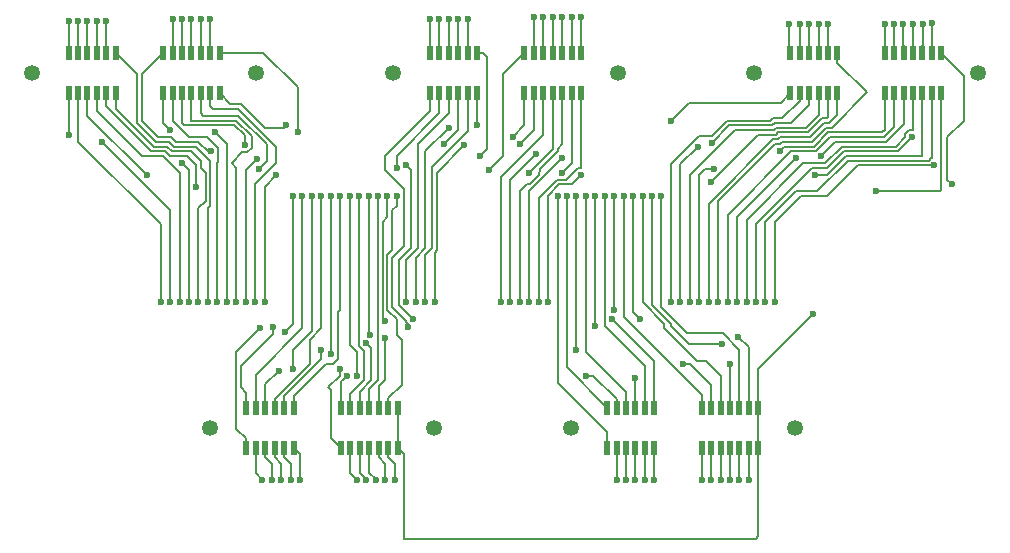
<source format=gbr>
%TF.GenerationSoftware,KiCad,Pcbnew,8.0.2-1*%
%TF.CreationDate,2024-06-18T10:28:37-04:00*%
%TF.ProjectId,Untitled,556e7469-746c-4656-942e-6b696361645f,rev?*%
%TF.SameCoordinates,Original*%
%TF.FileFunction,Copper,L1,Top*%
%TF.FilePolarity,Positive*%
%FSLAX46Y46*%
G04 Gerber Fmt 4.6, Leading zero omitted, Abs format (unit mm)*
G04 Created by KiCad (PCBNEW 8.0.2-1) date 2024-06-18 10:28:37*
%MOMM*%
%LPD*%
G01*
G04 APERTURE LIST*
%TA.AperFunction,SMDPad,CuDef*%
%ADD10R,0.500000X1.200000*%
%TD*%
%TA.AperFunction,ComponentPad*%
%ADD11C,1.348000*%
%TD*%
%TA.AperFunction,ViaPad*%
%ADD12C,0.600000*%
%TD*%
%TA.AperFunction,Conductor*%
%ADD13C,0.200000*%
%TD*%
G04 APERTURE END LIST*
D10*
%TO.P,REF\u002A\u002A4,01*%
%TO.N,A38*%
X108600000Y-116700000D03*
%TO.P,REF\u002A\u002A4,02*%
%TO.N,K38*%
X108600000Y-113300000D03*
%TO.P,REF\u002A\u002A4,03*%
%TO.N,A39*%
X109400000Y-116700000D03*
%TO.P,REF\u002A\u002A4,04*%
%TO.N,K39*%
X109400000Y-113300000D03*
%TO.P,REF\u002A\u002A4,05*%
%TO.N,A40*%
X110200000Y-116700000D03*
%TO.P,REF\u002A\u002A4,06*%
%TO.N,K40*%
X110200000Y-113300000D03*
%TO.P,REF\u002A\u002A4,07*%
%TO.N,A41*%
X111000000Y-116700000D03*
%TO.P,REF\u002A\u002A4,08*%
%TO.N,K41*%
X111000000Y-113300000D03*
%TO.P,REF\u002A\u002A4,09*%
%TO.N,A42*%
X111800000Y-116700000D03*
%TO.P,REF\u002A\u002A4,10*%
%TO.N,K42*%
X111800000Y-113300000D03*
%TO.P,REF\u002A\u002A4,11*%
%TO.N,A43*%
X112600000Y-116700000D03*
%TO.P,REF\u002A\u002A4,12*%
%TO.N,K43*%
X112600000Y-113300000D03*
%TO.P,REF\u002A\u002A4,13*%
%TO.N,A44*%
X116600000Y-116700000D03*
%TO.P,REF\u002A\u002A4,14*%
%TO.N,K44*%
X116600000Y-113300000D03*
%TO.P,REF\u002A\u002A4,15*%
%TO.N,A45*%
X117400000Y-116700000D03*
%TO.P,REF\u002A\u002A4,16*%
%TO.N,K45*%
X117400000Y-113300000D03*
%TO.P,REF\u002A\u002A4,17*%
%TO.N,A46*%
X118200000Y-116700000D03*
%TO.P,REF\u002A\u002A4,18*%
%TO.N,K46*%
X118200000Y-113300000D03*
%TO.P,REF\u002A\u002A4,19*%
%TO.N,A47*%
X119000000Y-116700000D03*
%TO.P,REF\u002A\u002A4,20*%
%TO.N,K47*%
X119000000Y-113300000D03*
%TO.P,REF\u002A\u002A4,21*%
%TO.N,A48*%
X119800000Y-116700000D03*
%TO.P,REF\u002A\u002A4,22*%
%TO.N,K48*%
X119800000Y-113300000D03*
%TO.P,REF\u002A\u002A4,23*%
%TO.N,A49*%
X120600000Y-116700000D03*
%TO.P,REF\u002A\u002A4,24*%
%TO.N,K49*%
X120600000Y-113300000D03*
%TO.P,REF\u002A\u002A4,25*%
%TO.N,GND*%
X121400000Y-116700000D03*
%TO.P,REF\u002A\u002A4,26*%
X121400000Y-113300000D03*
D11*
%TO.P,REF\u002A\u002A4,S1*%
%TO.N,N/C*%
X105505000Y-115000000D03*
%TO.P,REF\u002A\u002A4,S2*%
X124495000Y-115000000D03*
%TD*%
D10*
%TO.P,REF\u002A\u002A,01*%
%TO.N,A13*%
X78055000Y-116700000D03*
%TO.P,REF\u002A\u002A,02*%
%TO.N,K13*%
X78055000Y-113300000D03*
%TO.P,REF\u002A\u002A,03*%
%TO.N,A14*%
X78855000Y-116700000D03*
%TO.P,REF\u002A\u002A,04*%
%TO.N,K14*%
X78855000Y-113300000D03*
%TO.P,REF\u002A\u002A,05*%
%TO.N,A15*%
X79655000Y-116700000D03*
%TO.P,REF\u002A\u002A,06*%
%TO.N,K15*%
X79655000Y-113300000D03*
%TO.P,REF\u002A\u002A,07*%
%TO.N,A16*%
X80455000Y-116700000D03*
%TO.P,REF\u002A\u002A,08*%
%TO.N,K16*%
X80455000Y-113300000D03*
%TO.P,REF\u002A\u002A,09*%
%TO.N,A17*%
X81255000Y-116700000D03*
%TO.P,REF\u002A\u002A,10*%
%TO.N,K17*%
X81255000Y-113300000D03*
%TO.P,REF\u002A\u002A,11*%
%TO.N,A18*%
X82055000Y-116700000D03*
%TO.P,REF\u002A\u002A,12*%
%TO.N,K18*%
X82055000Y-113300000D03*
%TO.P,REF\u002A\u002A,13*%
%TO.N,A19*%
X86055000Y-116700000D03*
%TO.P,REF\u002A\u002A,14*%
%TO.N,K19*%
X86055000Y-113300000D03*
%TO.P,REF\u002A\u002A,15*%
%TO.N,A20*%
X86855000Y-116700000D03*
%TO.P,REF\u002A\u002A,16*%
%TO.N,K20*%
X86855000Y-113300000D03*
%TO.P,REF\u002A\u002A,17*%
%TO.N,A21*%
X87655000Y-116700000D03*
%TO.P,REF\u002A\u002A,18*%
%TO.N,K21*%
X87655000Y-113300000D03*
%TO.P,REF\u002A\u002A,19*%
%TO.N,A22*%
X88455000Y-116700000D03*
%TO.P,REF\u002A\u002A,20*%
%TO.N,K22*%
X88455000Y-113300000D03*
%TO.P,REF\u002A\u002A,21*%
%TO.N,A23*%
X89255000Y-116700000D03*
%TO.P,REF\u002A\u002A,22*%
%TO.N,K23*%
X89255000Y-113300000D03*
%TO.P,REF\u002A\u002A,23*%
%TO.N,A24*%
X90055000Y-116700000D03*
%TO.P,REF\u002A\u002A,24*%
%TO.N,K24*%
X90055000Y-113300000D03*
%TO.P,REF\u002A\u002A,25*%
%TO.N,GND*%
X90855000Y-116700000D03*
%TO.P,REF\u002A\u002A,26*%
X90855000Y-113300000D03*
D11*
%TO.P,REF\u002A\u002A,S1*%
%TO.N,N/C*%
X74960000Y-115000000D03*
%TO.P,REF\u002A\u002A,S2*%
X93950000Y-115000000D03*
%TD*%
D10*
%TO.P,REF\u002A\u002A2,01*%
%TO.N,A50*%
X124095000Y-86700000D03*
%TO.P,REF\u002A\u002A2,02*%
%TO.N,K50*%
X124095000Y-83300000D03*
%TO.P,REF\u002A\u002A2,03*%
%TO.N,A51*%
X124895000Y-86700000D03*
%TO.P,REF\u002A\u002A2,04*%
%TO.N,K51*%
X124895000Y-83300000D03*
%TO.P,REF\u002A\u002A2,05*%
%TO.N,A52*%
X125695000Y-86700000D03*
%TO.P,REF\u002A\u002A2,06*%
%TO.N,K52*%
X125695000Y-83300000D03*
%TO.P,REF\u002A\u002A2,07*%
%TO.N,A53*%
X126495000Y-86700000D03*
%TO.P,REF\u002A\u002A2,08*%
%TO.N,K53*%
X126495000Y-83300000D03*
%TO.P,REF\u002A\u002A2,09*%
%TO.N,A54*%
X127295000Y-86700000D03*
%TO.P,REF\u002A\u002A2,10*%
%TO.N,K54*%
X127295000Y-83300000D03*
%TO.P,REF\u002A\u002A2,11*%
%TO.N,A55*%
X128095000Y-86700000D03*
%TO.P,REF\u002A\u002A2,12*%
%TO.N,K55*%
X128095000Y-83300000D03*
%TO.P,REF\u002A\u002A2,13*%
%TO.N,A56*%
X132095000Y-86700000D03*
%TO.P,REF\u002A\u002A2,14*%
%TO.N,K56*%
X132095000Y-83300000D03*
%TO.P,REF\u002A\u002A2,15*%
%TO.N,A57*%
X132895000Y-86700000D03*
%TO.P,REF\u002A\u002A2,16*%
%TO.N,K57*%
X132895000Y-83300000D03*
%TO.P,REF\u002A\u002A2,17*%
%TO.N,A58*%
X133695000Y-86700000D03*
%TO.P,REF\u002A\u002A2,18*%
%TO.N,K58*%
X133695000Y-83300000D03*
%TO.P,REF\u002A\u002A2,19*%
%TO.N,A59*%
X134495000Y-86700000D03*
%TO.P,REF\u002A\u002A2,20*%
%TO.N,K59*%
X134495000Y-83300000D03*
%TO.P,REF\u002A\u002A2,21*%
%TO.N,A60*%
X135295000Y-86700000D03*
%TO.P,REF\u002A\u002A2,22*%
%TO.N,K60*%
X135295000Y-83300000D03*
%TO.P,REF\u002A\u002A2,23*%
%TO.N,A61*%
X136095000Y-86700000D03*
%TO.P,REF\u002A\u002A2,24*%
%TO.N,K61*%
X136095000Y-83300000D03*
%TO.P,REF\u002A\u002A2,25*%
%TO.N,A62*%
X136895000Y-86700000D03*
%TO.P,REF\u002A\u002A2,26*%
%TO.N,K62*%
X136895000Y-83300000D03*
D11*
%TO.P,REF\u002A\u002A2,S1*%
%TO.N,N/C*%
X121000000Y-85000000D03*
%TO.P,REF\u002A\u002A2,S2*%
X139990000Y-85000000D03*
%TD*%
D10*
%TO.P,REF\u002A\u002A1,01*%
%TO.N,A0*%
X63000000Y-86700000D03*
%TO.P,REF\u002A\u002A1,02*%
%TO.N,K0*%
X63000000Y-83300000D03*
%TO.P,REF\u002A\u002A1,03*%
%TO.N,A1*%
X63800000Y-86700000D03*
%TO.P,REF\u002A\u002A1,04*%
%TO.N,K1*%
X63800000Y-83300000D03*
%TO.P,REF\u002A\u002A1,05*%
%TO.N,A2*%
X64600000Y-86700000D03*
%TO.P,REF\u002A\u002A1,06*%
%TO.N,K2*%
X64600000Y-83300000D03*
%TO.P,REF\u002A\u002A1,07*%
%TO.N,A3*%
X65400000Y-86700000D03*
%TO.P,REF\u002A\u002A1,08*%
%TO.N,K3*%
X65400000Y-83300000D03*
%TO.P,REF\u002A\u002A1,09*%
%TO.N,A4*%
X66200000Y-86700000D03*
%TO.P,REF\u002A\u002A1,10*%
%TO.N,K4*%
X66200000Y-83300000D03*
%TO.P,REF\u002A\u002A1,11*%
%TO.N,A5*%
X67000000Y-86700000D03*
%TO.P,REF\u002A\u002A1,12*%
%TO.N,K5*%
X67000000Y-83300000D03*
%TO.P,REF\u002A\u002A1,13*%
%TO.N,A6*%
X71000000Y-86700000D03*
%TO.P,REF\u002A\u002A1,14*%
%TO.N,K6*%
X71000000Y-83300000D03*
%TO.P,REF\u002A\u002A1,15*%
%TO.N,A7*%
X71800000Y-86700000D03*
%TO.P,REF\u002A\u002A1,16*%
%TO.N,K7*%
X71800000Y-83300000D03*
%TO.P,REF\u002A\u002A1,17*%
%TO.N,A8*%
X72600000Y-86700000D03*
%TO.P,REF\u002A\u002A1,18*%
%TO.N,K8*%
X72600000Y-83300000D03*
%TO.P,REF\u002A\u002A1,19*%
%TO.N,A9*%
X73400000Y-86700000D03*
%TO.P,REF\u002A\u002A1,20*%
%TO.N,K9*%
X73400000Y-83300000D03*
%TO.P,REF\u002A\u002A1,21*%
%TO.N,A10*%
X74200000Y-86700000D03*
%TO.P,REF\u002A\u002A1,22*%
%TO.N,K10*%
X74200000Y-83300000D03*
%TO.P,REF\u002A\u002A1,23*%
%TO.N,A11*%
X75000000Y-86700000D03*
%TO.P,REF\u002A\u002A1,24*%
%TO.N,K11*%
X75000000Y-83300000D03*
%TO.P,REF\u002A\u002A1,25*%
%TO.N,A12*%
X75800000Y-86700000D03*
%TO.P,REF\u002A\u002A1,26*%
%TO.N,K12*%
X75800000Y-83300000D03*
D11*
%TO.P,REF\u002A\u002A1,S1*%
%TO.N,N/C*%
X59905000Y-85000000D03*
%TO.P,REF\u002A\u002A1,S2*%
X78895000Y-85000000D03*
%TD*%
D10*
%TO.P,REF\u002A\u002A3,01*%
%TO.N,A25*%
X93600000Y-86700000D03*
%TO.P,REF\u002A\u002A3,02*%
%TO.N,K25*%
X93600000Y-83300000D03*
%TO.P,REF\u002A\u002A3,03*%
%TO.N,A26*%
X94400000Y-86700000D03*
%TO.P,REF\u002A\u002A3,04*%
%TO.N,K26*%
X94400000Y-83300000D03*
%TO.P,REF\u002A\u002A3,05*%
%TO.N,A27*%
X95200000Y-86700000D03*
%TO.P,REF\u002A\u002A3,06*%
%TO.N,K27*%
X95200000Y-83300000D03*
%TO.P,REF\u002A\u002A3,07*%
%TO.N,A28*%
X96000000Y-86700000D03*
%TO.P,REF\u002A\u002A3,08*%
%TO.N,K28*%
X96000000Y-83300000D03*
%TO.P,REF\u002A\u002A3,09*%
%TO.N,A29*%
X96800000Y-86700000D03*
%TO.P,REF\u002A\u002A3,10*%
%TO.N,K29*%
X96800000Y-83300000D03*
%TO.P,REF\u002A\u002A3,11*%
%TO.N,A30*%
X97600000Y-86700000D03*
%TO.P,REF\u002A\u002A3,12*%
%TO.N,K30*%
X97600000Y-83300000D03*
%TO.P,REF\u002A\u002A3,13*%
%TO.N,A31*%
X101600000Y-86700000D03*
%TO.P,REF\u002A\u002A3,14*%
%TO.N,K31*%
X101600000Y-83300000D03*
%TO.P,REF\u002A\u002A3,15*%
%TO.N,A32*%
X102400000Y-86700000D03*
%TO.P,REF\u002A\u002A3,16*%
%TO.N,K32*%
X102400000Y-83300000D03*
%TO.P,REF\u002A\u002A3,17*%
%TO.N,A33*%
X103200000Y-86700000D03*
%TO.P,REF\u002A\u002A3,18*%
%TO.N,K33*%
X103200000Y-83300000D03*
%TO.P,REF\u002A\u002A3,19*%
%TO.N,A34*%
X104000000Y-86700000D03*
%TO.P,REF\u002A\u002A3,20*%
%TO.N,K34*%
X104000000Y-83300000D03*
%TO.P,REF\u002A\u002A3,21*%
%TO.N,A35*%
X104800000Y-86700000D03*
%TO.P,REF\u002A\u002A3,22*%
%TO.N,K35*%
X104800000Y-83300000D03*
%TO.P,REF\u002A\u002A3,23*%
%TO.N,A36*%
X105600000Y-86700000D03*
%TO.P,REF\u002A\u002A3,24*%
%TO.N,K36*%
X105600000Y-83300000D03*
%TO.P,REF\u002A\u002A3,25*%
%TO.N,A37*%
X106400000Y-86700000D03*
%TO.P,REF\u002A\u002A3,26*%
%TO.N,K37*%
X106400000Y-83300000D03*
D11*
%TO.P,REF\u002A\u002A3,S1*%
%TO.N,N/C*%
X90505000Y-85000000D03*
%TO.P,REF\u002A\u002A3,S2*%
X109495000Y-85000000D03*
%TD*%
D12*
%TO.N,A0*%
X63000000Y-90200000D03*
%TO.N,K0*%
X63000000Y-80600000D03*
%TO.N,A2*%
X69600000Y-93600000D03*
%TO.N,K2*%
X64600000Y-80600000D03*
%TO.N,A1*%
X70800000Y-104400000D03*
%TO.N,K1*%
X71600000Y-104400000D03*
X65800000Y-90800000D03*
X63800000Y-80600000D03*
%TO.N,K3*%
X73200000Y-104400000D03*
X65400000Y-80600000D03*
X72600000Y-92600000D03*
%TO.N,A3*%
X72400000Y-104400000D03*
%TO.N,A5*%
X74000000Y-104400000D03*
%TO.N,K5*%
X74800000Y-104400000D03*
%TO.N,A4*%
X73800000Y-94650000D03*
%TO.N,K4*%
X66200000Y-80600000D03*
%TO.N,A7*%
X75600000Y-104400000D03*
%TO.N,K7*%
X71800000Y-80400000D03*
X75400000Y-90000000D03*
X76400000Y-104400000D03*
%TO.N,A6*%
X71569765Y-89800000D03*
%TO.N,K6*%
X75024265Y-91575735D03*
%TO.N,A8*%
X77900000Y-91100000D03*
%TO.N,A9*%
X77200000Y-104400000D03*
%TO.N,A10*%
X79100000Y-93100000D03*
%TO.N,A11*%
X78800000Y-104400000D03*
%TO.N,K12*%
X82400000Y-90000000D03*
%TO.N,K11*%
X75000000Y-80400000D03*
X79600000Y-104400000D03*
X80600000Y-93600000D03*
%TO.N,K10*%
X74200000Y-80400000D03*
%TO.N,K9*%
X78925000Y-92275000D03*
X73400000Y-80400000D03*
X78000000Y-104400000D03*
%TO.N,K8*%
X72600000Y-80400000D03*
%TO.N,A12*%
X81400000Y-89400000D03*
%TO.N,A13*%
X79200000Y-106600000D03*
%TO.N,K13*%
X80300000Y-106500000D03*
%TO.N,K15*%
X80800000Y-110200000D03*
%TO.N,A15*%
X80200000Y-119400000D03*
%TO.N,A17*%
X81800000Y-119400000D03*
%TO.N,K17*%
X84400000Y-108400000D03*
%TO.N,A19*%
X86000000Y-110000000D03*
%TO.N,K19*%
X86600000Y-110600000D03*
%TO.N,A21*%
X88200000Y-119400000D03*
%TO.N,K21*%
X88200000Y-107851473D03*
%TO.N,A23*%
X89800000Y-119400000D03*
%TO.N,K23*%
X89824265Y-107375735D03*
%TO.N,A25*%
X91756239Y-106465642D03*
%TO.N,K25*%
X91600000Y-92800000D03*
X92200000Y-105800000D03*
X93600000Y-80400000D03*
%TO.N,A27*%
X91600000Y-104400000D03*
%TO.N,K27*%
X95200000Y-80400000D03*
X92400000Y-104400000D03*
X95200000Y-89600000D03*
%TO.N,A29*%
X93200000Y-104400000D03*
%TO.N,K29*%
X96800000Y-80400000D03*
X96514496Y-91108698D03*
X94000000Y-104400000D03*
%TO.N,A31*%
X100600000Y-90400000D03*
%TO.N,K31*%
X98600000Y-93200000D03*
%TO.N,A14*%
X81300000Y-106900000D03*
X82000000Y-95400000D03*
X79400000Y-119400000D03*
%TO.N,K14*%
X82800000Y-95400000D03*
%TO.N,A16*%
X81000000Y-119400000D03*
X83600000Y-95400000D03*
X82000000Y-110000000D03*
%TO.N,K16*%
X84400000Y-95400000D03*
%TO.N,A18*%
X85200000Y-95400000D03*
X82600000Y-119400000D03*
X85200000Y-108800000D03*
%TO.N,K18*%
X86000000Y-95400000D03*
%TO.N,A20*%
X87400000Y-110600000D03*
X86800000Y-95400000D03*
X87400000Y-119400000D03*
%TO.N,K20*%
X87600000Y-95400000D03*
%TO.N,A22*%
X89000000Y-119400000D03*
X88400000Y-95400000D03*
X88524026Y-107120029D03*
%TO.N,K22*%
X89200000Y-95400000D03*
%TO.N,A24*%
X90600000Y-119400000D03*
X89800000Y-106000000D03*
X90000000Y-95400000D03*
%TO.N,K24*%
X90800000Y-95400000D03*
%TO.N,A26*%
X90800000Y-93000000D03*
%TO.N,K26*%
X94400000Y-80400000D03*
%TO.N,A28*%
X94800000Y-91000000D03*
%TO.N,K28*%
X96000000Y-80400000D03*
%TO.N,A30*%
X97600000Y-89400000D03*
%TO.N,K30*%
X97800000Y-92000000D03*
%TO.N,GND*%
X126000000Y-105400000D03*
%TO.N,K32*%
X102400000Y-80200000D03*
%TO.N,K33*%
X102600000Y-91800000D03*
X100400000Y-104400000D03*
X103200000Y-80200000D03*
%TO.N,K34*%
X104000000Y-80200000D03*
%TO.N,K35*%
X104800000Y-80200000D03*
X102000000Y-104400000D03*
X104800000Y-92200000D03*
%TO.N,K36*%
X105600000Y-80200000D03*
%TO.N,K37*%
X106400000Y-93600000D03*
X103600000Y-104400000D03*
X106400000Y-80200000D03*
%TO.N,A32*%
X101200000Y-91000000D03*
%TO.N,A33*%
X99600000Y-104400000D03*
%TO.N,A34*%
X102000000Y-93400000D03*
%TO.N,A35*%
X101200000Y-104400000D03*
%TO.N,A36*%
X104800000Y-93400000D03*
%TO.N,A37*%
X102800000Y-104400000D03*
%TO.N,A38*%
X104400000Y-95400000D03*
%TO.N,K38*%
X105200000Y-95400000D03*
%TO.N,A39*%
X109400000Y-119400000D03*
%TO.N,K39*%
X106800000Y-110600000D03*
%TO.N,A41*%
X111000000Y-119400000D03*
%TO.N,A43*%
X112600000Y-119400000D03*
%TO.N,K41*%
X111000000Y-110800000D03*
%TO.N,A45*%
X117400000Y-119400000D03*
%TO.N,K43*%
X109000000Y-105800000D03*
%TO.N,K45*%
X115000000Y-109600000D03*
%TO.N,A47*%
X119000000Y-119400000D03*
%TO.N,K47*%
X119000000Y-109600000D03*
%TO.N,A49*%
X120600000Y-119400000D03*
%TO.N,K49*%
X119700000Y-107300000D03*
%TO.N,A40*%
X106000000Y-95400000D03*
X106000000Y-108400000D03*
X110200000Y-119400000D03*
%TO.N,K40*%
X106800000Y-95400000D03*
%TO.N,A42*%
X107600000Y-95400000D03*
X111800000Y-119400000D03*
X107600000Y-106400000D03*
%TO.N,K42*%
X108400000Y-95400000D03*
%TO.N,A44*%
X116600000Y-119400000D03*
X109200000Y-105000000D03*
X109200000Y-95400000D03*
%TO.N,K44*%
X110000000Y-95400000D03*
%TO.N,A46*%
X111400000Y-105800000D03*
X110800000Y-95400000D03*
X118200000Y-119400000D03*
%TO.N,K46*%
X111600000Y-95400000D03*
%TO.N,A48*%
X119800000Y-119400000D03*
X112400000Y-95400000D03*
X118300000Y-107900000D03*
%TO.N,K48*%
X113200000Y-95400000D03*
%TO.N,K50*%
X124000000Y-80800000D03*
%TO.N,K52*%
X125699994Y-80800000D03*
%TO.N,A51*%
X114000000Y-104400000D03*
%TO.N,A52*%
X117475735Y-90875735D03*
%TO.N,A53*%
X115600000Y-104400000D03*
%TO.N,A54*%
X117400000Y-94200000D03*
%TO.N,A55*%
X117200000Y-104400000D03*
%TO.N,A56*%
X123200000Y-91600000D03*
%TO.N,K51*%
X114800000Y-104400000D03*
X124899991Y-80800000D03*
X116251470Y-91251470D03*
%TO.N,K53*%
X126499997Y-80800000D03*
X117675735Y-93075735D03*
X116400000Y-104400000D03*
%TO.N,K54*%
X127300000Y-80800000D03*
%TO.N,K55*%
X118000000Y-104400000D03*
%TO.N,K56*%
X132083925Y-80800000D03*
%TO.N,A50*%
X114000000Y-89000000D03*
%TO.N,K58*%
X133683927Y-80801897D03*
%TO.N,K57*%
X119600000Y-104400000D03*
X124600000Y-92200000D03*
X132883927Y-80799973D03*
%TO.N,K59*%
X121200000Y-104400000D03*
X134400000Y-90400000D03*
X134483823Y-80788823D03*
%TO.N,K60*%
X135308038Y-80813137D03*
%TO.N,K61*%
X136295000Y-92800000D03*
X122800000Y-104400000D03*
X136100000Y-80700000D03*
%TO.N,K62*%
X137800000Y-94400000D03*
%TO.N,A62*%
X131400000Y-95000000D03*
%TO.N,A61*%
X122000000Y-104400000D03*
%TO.N,A60*%
X126200000Y-93600000D03*
%TO.N,A59*%
X120400000Y-104400000D03*
%TO.N,A58*%
X126710049Y-92000000D03*
%TO.N,A57*%
X118800000Y-104400000D03*
%TD*%
D13*
%TO.N,K62*%
X138800000Y-85205000D02*
X136895000Y-83300000D01*
X137800000Y-94400000D02*
X137400000Y-94000000D01*
X137400000Y-90400000D02*
X138800000Y-89000000D01*
X137400000Y-94000000D02*
X137400000Y-90400000D01*
X138800000Y-89000000D02*
X138800000Y-85205000D01*
%TO.N,A0*%
X63000000Y-90200000D02*
X63000000Y-86700000D01*
%TO.N,K0*%
X63000000Y-83300000D02*
X63000000Y-80600000D01*
%TO.N,A2*%
X64600000Y-88600000D02*
X64600000Y-86700000D01*
X69600000Y-93600000D02*
X64600000Y-88600000D01*
%TO.N,K2*%
X64600000Y-80600000D02*
X64600000Y-83300000D01*
%TO.N,A1*%
X63800000Y-90800000D02*
X70800000Y-97800000D01*
X63800000Y-86700000D02*
X63800000Y-90800000D01*
X70800000Y-97800000D02*
X70800000Y-104400000D01*
%TO.N,K1*%
X63800000Y-80600000D02*
X63800000Y-83300000D01*
X65800000Y-90800000D02*
X71600000Y-96600000D01*
X71600000Y-96600000D02*
X71600000Y-104400000D01*
%TO.N,K3*%
X73200000Y-104400000D02*
X73200000Y-93200000D01*
X73200000Y-93200000D02*
X72600000Y-92600000D01*
X65400000Y-80600000D02*
X65400000Y-83300000D01*
%TO.N,A3*%
X69200000Y-92000000D02*
X65400000Y-88200000D01*
X71000000Y-92000000D02*
X69200000Y-92000000D01*
X72400000Y-93400000D02*
X71000000Y-92000000D01*
X72400000Y-104400000D02*
X72400000Y-93400000D01*
X65400000Y-88200000D02*
X65400000Y-86700000D01*
%TO.N,A5*%
X74200000Y-92400000D02*
X73400000Y-91600000D01*
X74600000Y-93400000D02*
X74200000Y-93000000D01*
X67000000Y-88000000D02*
X67000000Y-86700000D01*
X73400000Y-91600000D02*
X71731372Y-91600000D01*
X71331372Y-91200000D02*
X70200000Y-91200000D01*
X74600000Y-95800000D02*
X74600000Y-93400000D01*
X74200000Y-93000000D02*
X74200000Y-92400000D01*
X70200000Y-91200000D02*
X67000000Y-88000000D01*
X71731372Y-91600000D02*
X71331372Y-91200000D01*
X74000000Y-104400000D02*
X74000000Y-96400000D01*
X74000000Y-96400000D02*
X74600000Y-95800000D01*
%TO.N,K5*%
X70365686Y-90800000D02*
X68800000Y-89234314D01*
X71497058Y-90800000D02*
X70365686Y-90800000D01*
X73800000Y-91200000D02*
X71897058Y-91200000D01*
X68800000Y-89234314D02*
X68800000Y-85100000D01*
X74800000Y-96400000D02*
X75000000Y-96200000D01*
X75000000Y-92400000D02*
X73800000Y-91200000D01*
X74800000Y-104400000D02*
X74800000Y-96400000D01*
X75000000Y-96200000D02*
X75000000Y-92400000D01*
X71897058Y-91200000D02*
X71497058Y-90800000D01*
X68800000Y-85100000D02*
X67000000Y-83300000D01*
%TO.N,A4*%
X73000000Y-92000000D02*
X71565686Y-92000000D01*
X71165686Y-91600000D02*
X70000000Y-91600000D01*
X70000000Y-91600000D02*
X66200000Y-87800000D01*
X71565686Y-92000000D02*
X71165686Y-91600000D01*
X66200000Y-87800000D02*
X66200000Y-86700000D01*
X73800000Y-94650000D02*
X73800000Y-92800000D01*
X73800000Y-92800000D02*
X73000000Y-92000000D01*
%TO.N,K4*%
X66200000Y-80600000D02*
X66200000Y-83300000D01*
%TO.N,A7*%
X74697059Y-90400000D02*
X73200000Y-90400000D01*
X75600000Y-104400000D02*
X75600000Y-92500000D01*
X73200000Y-90400000D02*
X71800000Y-89000000D01*
X75624265Y-91327206D02*
X74697059Y-90400000D01*
X71800000Y-89000000D02*
X71800000Y-86700000D01*
X75624265Y-92475735D02*
X75624265Y-91327206D01*
X75600000Y-92500000D02*
X75624265Y-92475735D01*
%TO.N,K7*%
X71800000Y-80400000D02*
X71800000Y-83300000D01*
X75400000Y-90000000D02*
X76400000Y-91000000D01*
X76400000Y-91000000D02*
X76400000Y-104400000D01*
%TO.N,A6*%
X71000000Y-89230235D02*
X71000000Y-86700000D01*
X71569765Y-89800000D02*
X71000000Y-89230235D01*
%TO.N,K6*%
X73965686Y-90800000D02*
X72062744Y-90800000D01*
X72062744Y-90800000D02*
X71662744Y-90400000D01*
X70531372Y-90400000D02*
X69200000Y-89068628D01*
X74765686Y-91600000D02*
X73965686Y-90800000D01*
X69200000Y-89068628D02*
X69200000Y-85100000D01*
X75000000Y-91600000D02*
X74765686Y-91600000D01*
X69200000Y-85100000D02*
X71000000Y-83300000D01*
X71662744Y-90400000D02*
X70531372Y-90400000D01*
X75024265Y-91575735D02*
X75000000Y-91600000D01*
%TO.N,A8*%
X77048529Y-89400000D02*
X77900000Y-90251471D01*
X72600000Y-86700000D02*
X72600000Y-89234314D01*
X77900000Y-90251471D02*
X77900000Y-91100000D01*
X72765686Y-89400000D02*
X77048529Y-89400000D01*
X72600000Y-89234314D02*
X72765686Y-89400000D01*
%TO.N,A9*%
X77200000Y-93000000D02*
X76800000Y-92600000D01*
X76800000Y-92600000D02*
X76800000Y-92565686D01*
X78500000Y-90285785D02*
X77214215Y-89000000D01*
X78148529Y-91700000D02*
X78500000Y-91348529D01*
X76800000Y-92565686D02*
X77665686Y-91700000D01*
X77200000Y-104400000D02*
X77200000Y-93000000D01*
X78500000Y-91348529D02*
X78500000Y-90285785D01*
X77665686Y-91700000D02*
X78148529Y-91700000D01*
X77214215Y-89000000D02*
X73400000Y-89000000D01*
X73400000Y-89000000D02*
X73400000Y-86700000D01*
%TO.N,A10*%
X79800000Y-91020099D02*
X79800000Y-92400000D01*
X77379901Y-88600000D02*
X79800000Y-91020099D01*
X74200000Y-88400000D02*
X74400000Y-88600000D01*
X79800000Y-92400000D02*
X79100000Y-93100000D01*
X74200000Y-86700000D02*
X74200000Y-88400000D01*
X74400000Y-88600000D02*
X77379901Y-88600000D01*
%TO.N,A11*%
X80600000Y-92600000D02*
X80600000Y-91400000D01*
X80600000Y-91254413D02*
X80600000Y-91400000D01*
X77345587Y-88000000D02*
X80600000Y-91254413D01*
X75000000Y-87800000D02*
X75200000Y-88000000D01*
X78800000Y-94400000D02*
X80600000Y-92600000D01*
X75000000Y-86700000D02*
X75000000Y-87800000D01*
X75200000Y-88000000D02*
X77345587Y-88000000D01*
X78800000Y-104400000D02*
X78800000Y-94400000D01*
%TO.N,K12*%
X82400000Y-90000000D02*
X82400000Y-86200000D01*
X82400000Y-86200000D02*
X79500000Y-83300000D01*
X79500000Y-83300000D02*
X75800000Y-83300000D01*
%TO.N,K11*%
X79600000Y-104400000D02*
X79600000Y-94600000D01*
X79600000Y-94600000D02*
X80600000Y-93600000D01*
X75000000Y-80400000D02*
X75000000Y-83300000D01*
%TO.N,K10*%
X74200000Y-80400000D02*
X74200000Y-83300000D01*
%TO.N,K9*%
X78925000Y-92275000D02*
X78000000Y-93200000D01*
X73400000Y-80400000D02*
X73400000Y-83300000D01*
X78000000Y-93200000D02*
X78000000Y-104400000D01*
%TO.N,K8*%
X72600000Y-80400000D02*
X72600000Y-83300000D01*
%TO.N,A12*%
X76700000Y-87600000D02*
X75800000Y-86700000D01*
X81200000Y-89600000D02*
X79600000Y-89600000D01*
X79600000Y-89600000D02*
X77600000Y-87600000D01*
X81400000Y-89400000D02*
X81200000Y-89600000D01*
X77600000Y-87600000D02*
X76700000Y-87600000D01*
%TO.N,A13*%
X77200000Y-115100000D02*
X78000000Y-115900000D01*
X79200000Y-106600000D02*
X77200000Y-108600000D01*
X78000000Y-115900000D02*
X78000000Y-117200000D01*
X77200000Y-108600000D02*
X77200000Y-115100000D01*
%TO.N,K13*%
X78055000Y-112055000D02*
X78055000Y-113300000D01*
X77600000Y-111600000D02*
X78055000Y-112055000D01*
X80300000Y-107100000D02*
X77600000Y-109800000D01*
X77600000Y-109800000D02*
X77600000Y-111600000D01*
X80300000Y-106500000D02*
X80300000Y-107100000D01*
%TO.N,K15*%
X80800000Y-110200000D02*
X79655000Y-111345000D01*
X79655000Y-111345000D02*
X79655000Y-113300000D01*
%TO.N,A15*%
X79655000Y-117500000D02*
X79655000Y-116700000D01*
X80200000Y-118045000D02*
X79655000Y-117500000D01*
X80200000Y-119400000D02*
X80200000Y-118045000D01*
%TO.N,A17*%
X81255000Y-116700000D02*
X81255000Y-117500000D01*
X81255000Y-117500000D02*
X81800000Y-118045000D01*
X81800000Y-118045000D02*
X81800000Y-119400000D01*
%TO.N,K17*%
X81255000Y-112345000D02*
X81255000Y-113300000D01*
X84400000Y-108400000D02*
X84400000Y-109200000D01*
X84400000Y-109200000D02*
X81255000Y-112345000D01*
%TO.N,A19*%
X85200000Y-115845000D02*
X86055000Y-116700000D01*
X86000000Y-110600000D02*
X85000000Y-111600000D01*
X86000000Y-110000000D02*
X86000000Y-110600000D01*
X86000000Y-116600000D02*
X86100000Y-116700000D01*
X85000000Y-111600000D02*
X85200000Y-111800000D01*
X85200000Y-111800000D02*
X85200000Y-115845000D01*
%TO.N,K19*%
X86200000Y-111000000D02*
X86165686Y-111000000D01*
X86165686Y-111000000D02*
X86055000Y-111110686D01*
X86600000Y-110600000D02*
X86200000Y-111000000D01*
X86055000Y-111110686D02*
X86055000Y-113300000D01*
%TO.N,A21*%
X88200000Y-119351471D02*
X88200000Y-119400000D01*
X87655000Y-116700000D02*
X87655000Y-118806471D01*
X87655000Y-118806471D02*
X88200000Y-119351471D01*
%TO.N,K21*%
X88600000Y-111000000D02*
X87655000Y-111945000D01*
X88600000Y-108251473D02*
X88600000Y-111000000D01*
X87655000Y-111945000D02*
X87655000Y-113300000D01*
X88200000Y-107851473D02*
X88600000Y-108251473D01*
%TO.N,A23*%
X89800000Y-119400000D02*
X89800000Y-118045000D01*
X89800000Y-118045000D02*
X89255000Y-117500000D01*
X89255000Y-117500000D02*
X89255000Y-116700000D01*
%TO.N,K23*%
X89800000Y-110965686D02*
X89255000Y-111510686D01*
X89800000Y-107400000D02*
X89800000Y-110965686D01*
X89824265Y-107375735D02*
X89800000Y-107400000D01*
X89255000Y-111510686D02*
X89255000Y-113300000D01*
%TO.N,A25*%
X91400000Y-99600000D02*
X91400000Y-94800000D01*
X91600000Y-106000000D02*
X90400000Y-104800000D01*
X89800000Y-92000000D02*
X93600000Y-88200000D01*
X91600000Y-106048529D02*
X91600000Y-106000000D01*
X90400000Y-104800000D02*
X90400000Y-100600000D01*
X91756239Y-106465642D02*
X91756239Y-106204768D01*
X91756239Y-106204768D02*
X91600000Y-106048529D01*
X90400000Y-100600000D02*
X91400000Y-99600000D01*
X93600000Y-88200000D02*
X93600000Y-86700000D01*
X89800000Y-93200000D02*
X89800000Y-92000000D01*
X91400000Y-94800000D02*
X89800000Y-93200000D01*
%TO.N,K25*%
X92151471Y-105800000D02*
X91000000Y-104648529D01*
X92000000Y-99800000D02*
X92000000Y-93200000D01*
X91000000Y-100800000D02*
X92000000Y-99800000D01*
X93600000Y-83300000D02*
X93600000Y-80400000D01*
X91000000Y-104648529D02*
X91000000Y-100800000D01*
X92000000Y-93200000D02*
X91600000Y-92800000D01*
X92200000Y-105800000D02*
X92151471Y-105800000D01*
%TO.N,A27*%
X95200000Y-88400000D02*
X95200000Y-86700000D01*
X92600000Y-91000000D02*
X95200000Y-88400000D01*
X91600000Y-100800000D02*
X92600000Y-99800000D01*
X92600000Y-99800000D02*
X92600000Y-91000000D01*
X91600000Y-104400000D02*
X91600000Y-100800000D01*
%TO.N,K27*%
X92400000Y-100600000D02*
X93200000Y-99800000D01*
X93200000Y-91600000D02*
X95200000Y-89600000D01*
X93200000Y-99800000D02*
X93200000Y-91600000D01*
X92400000Y-104400000D02*
X92400000Y-100600000D01*
X95200000Y-80400000D02*
X95200000Y-83300000D01*
%TO.N,A29*%
X93800000Y-92900000D02*
X96800000Y-89900000D01*
X93800000Y-99800000D02*
X93800000Y-92900000D01*
X96800000Y-89900000D02*
X96800000Y-86700000D01*
X93200000Y-104400000D02*
X93200000Y-100400000D01*
X93200000Y-100400000D02*
X93800000Y-99800000D01*
%TO.N,K29*%
X96514496Y-91108698D02*
X96491302Y-91108698D01*
X94200000Y-100000000D02*
X94000000Y-100200000D01*
X96491302Y-91108698D02*
X94200000Y-93400000D01*
X96800000Y-83300000D02*
X96800000Y-80400000D01*
X94200000Y-93400000D02*
X94200000Y-100000000D01*
X94000000Y-100200000D02*
X94000000Y-104400000D01*
%TO.N,A31*%
X100600000Y-90400000D02*
X101600000Y-89400000D01*
X101600000Y-89400000D02*
X101600000Y-86700000D01*
%TO.N,K31*%
X99800000Y-85100000D02*
X101600000Y-83300000D01*
X99800000Y-92000000D02*
X99800000Y-85100000D01*
X98600000Y-93200000D02*
X99800000Y-92000000D01*
%TO.N,A14*%
X78855000Y-116700000D02*
X78855000Y-118855000D01*
X81300000Y-106900000D02*
X82000000Y-106200000D01*
X82000000Y-106200000D02*
X82000000Y-95400000D01*
X78855000Y-118855000D02*
X79400000Y-119400000D01*
%TO.N,K14*%
X78855000Y-113300000D02*
X78855000Y-110545000D01*
X82800000Y-106600000D02*
X82800000Y-95400000D01*
X78855000Y-110545000D02*
X82800000Y-106600000D01*
%TO.N,A16*%
X81000000Y-118045000D02*
X81000000Y-119400000D01*
X80455000Y-117500000D02*
X81000000Y-118045000D01*
X80455000Y-116700000D02*
X80455000Y-117500000D01*
X82000000Y-108400000D02*
X83600000Y-106800000D01*
X82000000Y-110000000D02*
X82000000Y-108400000D01*
X83600000Y-106800000D02*
X83600000Y-95400000D01*
%TO.N,K16*%
X83400000Y-107600000D02*
X84400000Y-106600000D01*
X83400000Y-109600000D02*
X80455000Y-112545000D01*
X84400000Y-106600000D02*
X84400000Y-95400000D01*
X83400000Y-107600000D02*
X83400000Y-109600000D01*
X80455000Y-112545000D02*
X80455000Y-113300000D01*
%TO.N,A18*%
X82600000Y-117245000D02*
X82600000Y-119400000D01*
X85200000Y-95400000D02*
X85200000Y-108800000D01*
X82055000Y-116700000D02*
X82600000Y-117245000D01*
%TO.N,K18*%
X86000000Y-105000000D02*
X85800000Y-105200000D01*
X85800000Y-105200000D02*
X85800000Y-109200000D01*
X84800000Y-109600000D02*
X82055000Y-112345000D01*
X82055000Y-112345000D02*
X82055000Y-113300000D01*
X86000000Y-95400000D02*
X86000000Y-105000000D01*
X85400000Y-109600000D02*
X84800000Y-109600000D01*
X85800000Y-109200000D02*
X85400000Y-109600000D01*
%TO.N,A20*%
X87400000Y-108600000D02*
X86800000Y-108000000D01*
X87400000Y-110600000D02*
X87400000Y-108600000D01*
X86800000Y-108000000D02*
X86800000Y-95400000D01*
X86855000Y-118855000D02*
X87400000Y-119400000D01*
X86855000Y-116700000D02*
X86855000Y-118855000D01*
%TO.N,K20*%
X87600000Y-108100000D02*
X88000000Y-108500000D01*
X88000000Y-111000000D02*
X86855000Y-112145000D01*
X88000000Y-108500000D02*
X88000000Y-111000000D01*
X86855000Y-112145000D02*
X86855000Y-113300000D01*
X87600000Y-95400000D02*
X87600000Y-108100000D01*
%TO.N,A22*%
X88400000Y-106996003D02*
X88400000Y-95400000D01*
X88524026Y-107120029D02*
X88400000Y-106996003D01*
X88455000Y-116700000D02*
X88455000Y-118806471D01*
X88455000Y-118806471D02*
X89000000Y-119351471D01*
X89000000Y-119351471D02*
X89000000Y-119400000D01*
%TO.N,K22*%
X88455000Y-113300000D02*
X88455000Y-111745000D01*
X89200000Y-111000000D02*
X89200000Y-95400000D01*
X88455000Y-111745000D02*
X89200000Y-111000000D01*
%TO.N,A24*%
X90000000Y-97200000D02*
X90000000Y-95400000D01*
X90055000Y-117500000D02*
X90600000Y-118045000D01*
X89600000Y-97600000D02*
X90000000Y-97200000D01*
X90055000Y-116700000D02*
X90055000Y-117500000D01*
X90600000Y-118045000D02*
X90600000Y-119400000D01*
X89600000Y-105800000D02*
X89600000Y-97600000D01*
X89800000Y-106000000D02*
X89600000Y-105800000D01*
%TO.N,K24*%
X90400000Y-96600000D02*
X90400000Y-100000000D01*
X91200000Y-111355000D02*
X90055000Y-112500000D01*
X90055000Y-112500000D02*
X90055000Y-113300000D01*
X90400000Y-100000000D02*
X90000000Y-100400000D01*
X90800000Y-107200000D02*
X91200000Y-107600000D01*
X90800000Y-105800000D02*
X90800000Y-107200000D01*
X90000000Y-100400000D02*
X90000000Y-105000000D01*
X90000000Y-105000000D02*
X90800000Y-105800000D01*
X91200000Y-107600000D02*
X91200000Y-111355000D01*
X90800000Y-95400000D02*
X90800000Y-96200000D01*
X90800000Y-96200000D02*
X90400000Y-96600000D01*
%TO.N,A26*%
X90800000Y-93000000D02*
X90800000Y-92000000D01*
X94400000Y-88400000D02*
X94400000Y-86700000D01*
X90800000Y-92000000D02*
X94400000Y-88400000D01*
%TO.N,K26*%
X94400000Y-83300000D02*
X94400000Y-80400000D01*
%TO.N,A28*%
X94800000Y-91000000D02*
X96000000Y-89800000D01*
X96000000Y-89800000D02*
X96000000Y-86700000D01*
%TO.N,K28*%
X96000000Y-83300000D02*
X96000000Y-80400000D01*
%TO.N,A30*%
X97600000Y-89400000D02*
X97600000Y-86700000D01*
%TO.N,K30*%
X98400000Y-83600000D02*
X98100000Y-83300000D01*
X98100000Y-83300000D02*
X97600000Y-83300000D01*
X97800000Y-92000000D02*
X98400000Y-91400000D01*
X98400000Y-91400000D02*
X98400000Y-83600000D01*
%TO.N,GND*%
X121400000Y-113300000D02*
X121400000Y-116700000D01*
X121400000Y-113300000D02*
X121400000Y-110000000D01*
X91400000Y-117245000D02*
X91400000Y-119200000D01*
X90855000Y-116700000D02*
X90855000Y-113300000D01*
X90855000Y-116700000D02*
X91400000Y-117245000D01*
X91400000Y-119200000D02*
X91400000Y-124400000D01*
X121200000Y-124400000D02*
X121400000Y-124200000D01*
X91400000Y-124400000D02*
X121200000Y-124400000D01*
X121400000Y-124200000D02*
X121400000Y-116700000D01*
X121400000Y-110000000D02*
X126000000Y-105400000D01*
%TO.N,K32*%
X102400000Y-83300000D02*
X102400000Y-80200000D01*
%TO.N,K33*%
X102600000Y-91800000D02*
X100400000Y-94000000D01*
X100400000Y-94000000D02*
X100400000Y-104400000D01*
X103200000Y-83300000D02*
X103200000Y-80200000D01*
%TO.N,K34*%
X104000000Y-83300000D02*
X104000000Y-80200000D01*
%TO.N,K35*%
X104800000Y-83300000D02*
X104800000Y-80200000D01*
X104800000Y-92200000D02*
X102000000Y-95000000D01*
X102000000Y-95000000D02*
X102000000Y-104400000D01*
%TO.N,K36*%
X105600000Y-83300000D02*
X105600000Y-80200000D01*
%TO.N,K37*%
X104551471Y-94400000D02*
X103600000Y-95351471D01*
X106400000Y-93600000D02*
X105600000Y-94400000D01*
X106400000Y-83300000D02*
X106400000Y-80200000D01*
X103600000Y-95351471D02*
X103600000Y-104400000D01*
X105600000Y-94400000D02*
X104551471Y-94400000D01*
%TO.N,A32*%
X101200000Y-91000000D02*
X102400000Y-89800000D01*
X102400000Y-89800000D02*
X102400000Y-86700000D01*
%TO.N,A33*%
X103200000Y-90200000D02*
X103200000Y-86700000D01*
X99600000Y-93800000D02*
X103200000Y-90200000D01*
X99600000Y-104400000D02*
X99600000Y-93800000D01*
%TO.N,A34*%
X104000000Y-91400000D02*
X104000000Y-86700000D01*
X102000000Y-93400000D02*
X104000000Y-91400000D01*
%TO.N,A35*%
X102817157Y-93617157D02*
X102800000Y-93600000D01*
X102034314Y-94400000D02*
X102817157Y-93617157D01*
X104400000Y-91565686D02*
X104400000Y-91400000D01*
X104800000Y-91000000D02*
X104800000Y-86700000D01*
X101200000Y-95000000D02*
X101800000Y-94400000D01*
X104400000Y-91400000D02*
X104800000Y-91000000D01*
X102900000Y-93300000D02*
X102900000Y-93065686D01*
X102800000Y-93600000D02*
X102800000Y-93400000D01*
X101200000Y-104400000D02*
X101200000Y-95000000D01*
X102800000Y-93400000D02*
X102900000Y-93300000D01*
X101800000Y-94400000D02*
X102034314Y-94400000D01*
X102900000Y-93065686D02*
X104400000Y-91565686D01*
%TO.N,A36*%
X105600000Y-92600000D02*
X105600000Y-86700000D01*
X104800000Y-93400000D02*
X105600000Y-92600000D01*
%TO.N,A37*%
X102800000Y-104400000D02*
X102800000Y-95585785D01*
X106400000Y-93000000D02*
X106400000Y-86700000D01*
X106151471Y-93000000D02*
X106400000Y-93000000D01*
X104385785Y-94000000D02*
X105151471Y-94000000D01*
X102800000Y-95585785D02*
X104385785Y-94000000D01*
X105151471Y-94000000D02*
X106151471Y-93000000D01*
%TO.N,A38*%
X108600000Y-115400000D02*
X108600000Y-116700000D01*
X104400000Y-111200000D02*
X108600000Y-115400000D01*
X104400000Y-95400000D02*
X104400000Y-111200000D01*
%TO.N,K38*%
X105200000Y-109900000D02*
X105200000Y-95400000D01*
X108600000Y-113300000D02*
X105200000Y-109900000D01*
%TO.N,A39*%
X109400000Y-119400000D02*
X109400000Y-116700000D01*
%TO.N,K39*%
X109400000Y-113300000D02*
X109400000Y-112600000D01*
X109400000Y-112600000D02*
X107400000Y-110600000D01*
X107400000Y-110600000D02*
X106800000Y-110600000D01*
%TO.N,A41*%
X111000000Y-116700000D02*
X111000000Y-119400000D01*
%TO.N,A43*%
X112600000Y-116700000D02*
X112600000Y-119400000D01*
%TO.N,K41*%
X111000000Y-110800000D02*
X111000000Y-113300000D01*
%TO.N,A45*%
X117400000Y-116700000D02*
X117400000Y-119400000D01*
%TO.N,K43*%
X112600000Y-109400000D02*
X109000000Y-105800000D01*
X112600000Y-113300000D02*
X112600000Y-109400000D01*
%TO.N,K45*%
X115000000Y-109600000D02*
X115600000Y-109600000D01*
X115600000Y-109600000D02*
X117400000Y-111400000D01*
X117400000Y-111400000D02*
X117400000Y-113300000D01*
%TO.N,A47*%
X119000000Y-116700000D02*
X119000000Y-119400000D01*
%TO.N,K47*%
X119000000Y-109600000D02*
X119000000Y-113300000D01*
%TO.N,A49*%
X120600000Y-116700000D02*
X120600000Y-119400000D01*
%TO.N,K49*%
X119700000Y-107300000D02*
X120600000Y-108200000D01*
X120600000Y-108200000D02*
X120600000Y-113300000D01*
%TO.N,A40*%
X106000000Y-108400000D02*
X106000000Y-95400000D01*
X110200000Y-116700000D02*
X110200000Y-119400000D01*
%TO.N,K40*%
X110200000Y-112000000D02*
X110200000Y-113300000D01*
X106800000Y-95400000D02*
X106800000Y-108600000D01*
X106800000Y-108600000D02*
X110200000Y-112000000D01*
%TO.N,A42*%
X107600000Y-106400000D02*
X107600000Y-95400000D01*
X111800000Y-116700000D02*
X111800000Y-119400000D01*
%TO.N,K42*%
X108400000Y-106400000D02*
X108400000Y-95400000D01*
X111800000Y-113300000D02*
X111800000Y-109800000D01*
X111800000Y-109800000D02*
X108400000Y-106400000D01*
%TO.N,A44*%
X116600000Y-116700000D02*
X116600000Y-119400000D01*
X109200000Y-95400000D02*
X109200000Y-105000000D01*
%TO.N,K44*%
X110000000Y-105600000D02*
X116600000Y-112200000D01*
X110000000Y-95400000D02*
X110000000Y-105600000D01*
X116600000Y-112200000D02*
X116600000Y-113300000D01*
%TO.N,A46*%
X118200000Y-116700000D02*
X118200000Y-119400000D01*
X111400000Y-105800000D02*
X110800000Y-105200000D01*
X110800000Y-105200000D02*
X110800000Y-95400000D01*
%TO.N,K46*%
X117000000Y-109400000D02*
X118200000Y-110600000D01*
X113400000Y-106200000D02*
X113400000Y-106600000D01*
X116200000Y-109400000D02*
X117000000Y-109400000D01*
X113400000Y-106600000D02*
X116200000Y-109400000D01*
X111600000Y-104400000D02*
X113400000Y-106200000D01*
X111600000Y-95400000D02*
X111600000Y-104400000D01*
X118200000Y-110600000D02*
X118200000Y-113300000D01*
%TO.N,A48*%
X112400000Y-104600000D02*
X112400000Y-95400000D01*
X115500000Y-107900000D02*
X114000000Y-106400000D01*
X114000000Y-106200000D02*
X112400000Y-104600000D01*
X118300000Y-107900000D02*
X115500000Y-107900000D01*
X119800000Y-116700000D02*
X119800000Y-119400000D01*
X114000000Y-106400000D02*
X114000000Y-106200000D01*
%TO.N,K48*%
X118400000Y-107000000D02*
X115400000Y-107000000D01*
X115400000Y-107000000D02*
X113200000Y-104800000D01*
X113200000Y-104800000D02*
X113200000Y-95400000D01*
X119800000Y-108400000D02*
X118400000Y-107000000D01*
X119800000Y-113300000D02*
X119800000Y-108400000D01*
%TO.N,K50*%
X124095000Y-82800000D02*
X124095000Y-83300000D01*
X124000000Y-82705000D02*
X124095000Y-82800000D01*
X124000000Y-80800000D02*
X124000000Y-82705000D01*
%TO.N,K52*%
X125695000Y-80804994D02*
X125695000Y-83300000D01*
X125699994Y-80800000D02*
X125695000Y-80804994D01*
%TO.N,A51*%
X114000000Y-92654411D02*
X116378676Y-90275735D01*
X122405885Y-89000000D02*
X122605885Y-88800000D01*
X122605885Y-88800000D02*
X123445000Y-88800000D01*
X116378676Y-90275735D02*
X117510049Y-90275735D01*
X114000000Y-104400000D02*
X114000000Y-92654411D01*
X117510049Y-90275735D02*
X118785784Y-89000000D01*
X123445000Y-88800000D02*
X124895000Y-87350000D01*
X118785784Y-89000000D02*
X122405885Y-89000000D01*
X124895000Y-87350000D02*
X124895000Y-86700000D01*
%TO.N,A52*%
X117475735Y-90875735D02*
X118951470Y-89400000D01*
X122771570Y-89200000D02*
X124200000Y-89200000D01*
X124200000Y-89200000D02*
X125695000Y-87705000D01*
X118951470Y-89400000D02*
X122571571Y-89400000D01*
X122571571Y-89400000D02*
X122771570Y-89200000D01*
X125695000Y-87705000D02*
X125695000Y-86700000D01*
%TO.N,A53*%
X122737256Y-89800000D02*
X122937256Y-89600000D01*
X115600000Y-104400000D02*
X115600000Y-93600000D01*
X119400000Y-89800000D02*
X122737256Y-89800000D01*
X125420099Y-89600000D02*
X126495000Y-88525099D01*
X126495000Y-88525099D02*
X126495000Y-86700000D01*
X122937256Y-89600000D02*
X125420099Y-89600000D01*
X115600000Y-93600000D02*
X119400000Y-89800000D01*
%TO.N,A54*%
X125585785Y-90000000D02*
X126785785Y-88800000D01*
X126785785Y-88800000D02*
X127234314Y-88800000D01*
X121400000Y-90200000D02*
X122902942Y-90200000D01*
X127234314Y-88800000D02*
X127295000Y-88739314D01*
X127295000Y-88739314D02*
X127295000Y-86700000D01*
X122902942Y-90200000D02*
X123102942Y-90000000D01*
X117400000Y-94200000D02*
X121400000Y-90200000D01*
X123102942Y-90000000D02*
X125585785Y-90000000D01*
%TO.N,A55*%
X126951471Y-89200000D02*
X127400000Y-89200000D01*
X128095000Y-88505000D02*
X128095000Y-86700000D01*
X123268628Y-90400000D02*
X125751471Y-90400000D01*
X127400000Y-89200000D02*
X128095000Y-88505000D01*
X122634314Y-90600000D02*
X123068628Y-90600000D01*
X125751471Y-90400000D02*
X126951471Y-89200000D01*
X123068628Y-90600000D02*
X123268628Y-90400000D01*
X117200000Y-104400000D02*
X117200000Y-96034314D01*
X117200000Y-96034314D02*
X122634314Y-90600000D01*
%TO.N,A56*%
X126082843Y-91200000D02*
X127282843Y-90000000D01*
X123200000Y-91600000D02*
X123600000Y-91200000D01*
X123600000Y-91200000D02*
X126082843Y-91200000D01*
X132095000Y-89773628D02*
X132095000Y-86700000D01*
X127282843Y-90000000D02*
X131868628Y-90000000D01*
X131868628Y-90000000D02*
X132095000Y-89773628D01*
%TO.N,K51*%
X116251470Y-91251470D02*
X114800000Y-92702940D01*
X114800000Y-92702940D02*
X114800000Y-104400000D01*
X124895000Y-80804991D02*
X124899991Y-80800000D01*
X124895000Y-83300000D02*
X124895000Y-80804991D01*
%TO.N,K53*%
X126499997Y-82645003D02*
X126495000Y-82650000D01*
X116924265Y-93075735D02*
X116400000Y-93600000D01*
X116400000Y-93600000D02*
X116400000Y-104400000D01*
X117675735Y-93075735D02*
X116924265Y-93075735D01*
X126499997Y-80800000D02*
X126499997Y-82645003D01*
X126495000Y-82650000D02*
X126495000Y-83300000D01*
%TO.N,K54*%
X127300000Y-82645000D02*
X127295000Y-82650000D01*
X127295000Y-82650000D02*
X127295000Y-83300000D01*
X127300000Y-80800000D02*
X127300000Y-82645000D01*
%TO.N,K55*%
X125917157Y-90800000D02*
X123434314Y-90800000D01*
X123234314Y-91000000D02*
X122800000Y-91000000D01*
X127600000Y-89600000D02*
X127117157Y-89600000D01*
X123434314Y-90800000D02*
X123234314Y-91000000D01*
X122800000Y-91000000D02*
X118000000Y-95800000D01*
X130600000Y-86600000D02*
X127600000Y-89600000D01*
X128095000Y-84095000D02*
X130600000Y-86600000D01*
X127117157Y-89600000D02*
X125917157Y-90800000D01*
X118000000Y-95800000D02*
X118000000Y-104400000D01*
X128095000Y-83300000D02*
X128095000Y-84095000D01*
%TO.N,K56*%
X132083925Y-80800000D02*
X132095000Y-80811075D01*
X132095000Y-80811075D02*
X132095000Y-83300000D01*
%TO.N,A50*%
X115515000Y-87485000D02*
X114000000Y-89000000D01*
X123310000Y-87485000D02*
X115515000Y-87485000D01*
X124095000Y-86700000D02*
X123310000Y-87485000D01*
%TO.N,K58*%
X133695000Y-82650000D02*
X133695000Y-83300000D01*
X133683927Y-80801897D02*
X133683927Y-82638927D01*
X133683927Y-82638927D02*
X133695000Y-82650000D01*
%TO.N,K57*%
X119600000Y-97200000D02*
X124600000Y-92200000D01*
X132895000Y-80811046D02*
X132895000Y-83300000D01*
X132883927Y-80799973D02*
X132895000Y-80811046D01*
X119600000Y-104400000D02*
X119600000Y-97200000D01*
%TO.N,K59*%
X128634314Y-91600000D02*
X127234314Y-93000000D01*
X121200000Y-97751471D02*
X121200000Y-104400000D01*
X134483823Y-80788823D02*
X134495000Y-80800000D01*
X127234314Y-93000000D02*
X125951471Y-93000000D01*
X134400000Y-90400000D02*
X133200000Y-91600000D01*
X134495000Y-80800000D02*
X134495000Y-83300000D01*
X133200000Y-91600000D02*
X128634314Y-91600000D01*
X125951471Y-93000000D02*
X121200000Y-97751471D01*
%TO.N,K60*%
X135295000Y-82650000D02*
X135295000Y-83300000D01*
X135308038Y-82636962D02*
X135295000Y-82650000D01*
X135308038Y-80813137D02*
X135308038Y-82636962D01*
%TO.N,K61*%
X125000000Y-95400000D02*
X122800000Y-97600000D01*
X122800000Y-97600000D02*
X122800000Y-104400000D01*
X136100000Y-80700000D02*
X136100000Y-82645000D01*
X136295000Y-92800000D02*
X129800000Y-92800000D01*
X136100000Y-82645000D02*
X136095000Y-82650000D01*
X136095000Y-82650000D02*
X136095000Y-83300000D01*
X129800000Y-92800000D02*
X127200000Y-95400000D01*
X127200000Y-95400000D02*
X125000000Y-95400000D01*
%TO.N,A62*%
X136800000Y-95000000D02*
X136895000Y-94905000D01*
X136895000Y-94905000D02*
X136895000Y-86700000D01*
X131400000Y-95000000D02*
X136800000Y-95000000D01*
%TO.N,A61*%
X136046471Y-92200000D02*
X136095000Y-92200000D01*
X136095000Y-92200000D02*
X136095000Y-86700000D01*
X135846471Y-92400000D02*
X136046471Y-92200000D01*
X122000000Y-104400000D02*
X122000000Y-97600000D01*
X122000000Y-97600000D02*
X124600000Y-95000000D01*
X129000000Y-92400000D02*
X135846471Y-92400000D01*
X126400000Y-95000000D02*
X129000000Y-92400000D01*
X124600000Y-95000000D02*
X126400000Y-95000000D01*
%TO.N,A60*%
X127200000Y-93600000D02*
X128800000Y-92000000D01*
X126200000Y-93600000D02*
X127200000Y-93600000D01*
X135295000Y-92000000D02*
X135295000Y-86700000D01*
X128800000Y-92000000D02*
X135295000Y-92000000D01*
%TO.N,A59*%
X133800000Y-90151471D02*
X134151471Y-89800000D01*
X125200000Y-92600000D02*
X127068628Y-92600000D01*
X133034314Y-91200000D02*
X133800000Y-90434314D01*
X120400000Y-104400000D02*
X120400000Y-97400000D01*
X134495000Y-89800000D02*
X134495000Y-86700000D01*
X128468628Y-91200000D02*
X133034314Y-91200000D01*
X120400000Y-97400000D02*
X125200000Y-92600000D01*
X133800000Y-90434314D02*
X133800000Y-90151471D01*
X134151471Y-89800000D02*
X134495000Y-89800000D01*
X127068628Y-92600000D02*
X128468628Y-91200000D01*
%TO.N,A58*%
X133695000Y-89305000D02*
X133695000Y-86700000D01*
X127910049Y-90800000D02*
X132200000Y-90800000D01*
X126710049Y-92000000D02*
X127910049Y-90800000D01*
X132200000Y-90800000D02*
X133695000Y-89305000D01*
%TO.N,A57*%
X118800000Y-97000000D02*
X124200000Y-91600000D01*
X118800000Y-104400000D02*
X118800000Y-97000000D01*
X132895000Y-89539314D02*
X132895000Y-86700000D01*
X124200000Y-91600000D02*
X126248529Y-91600000D01*
X126248529Y-91600000D02*
X127448529Y-90400000D01*
X127448529Y-90400000D02*
X132034314Y-90400000D01*
X132034314Y-90400000D02*
X132895000Y-89539314D01*
%TD*%
M02*

</source>
